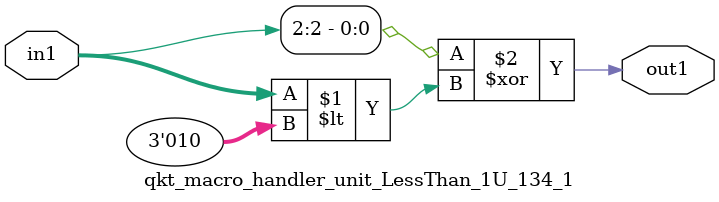
<source format=v>

`timescale 1ps / 1ps


module qkt_macro_handler_unit_LessThan_1U_134_1( in1, out1 );

    input [2:0] in1;
    output out1;

    
    // rtl_process:qkv_macro_handler_hub_LessThan_1U_68_1/qkv_macro_handler_hub_LessThan_1U_68_1_thread_1
    assign out1 = (in1[2] ^ in1 < 3'd2);

endmodule





</source>
